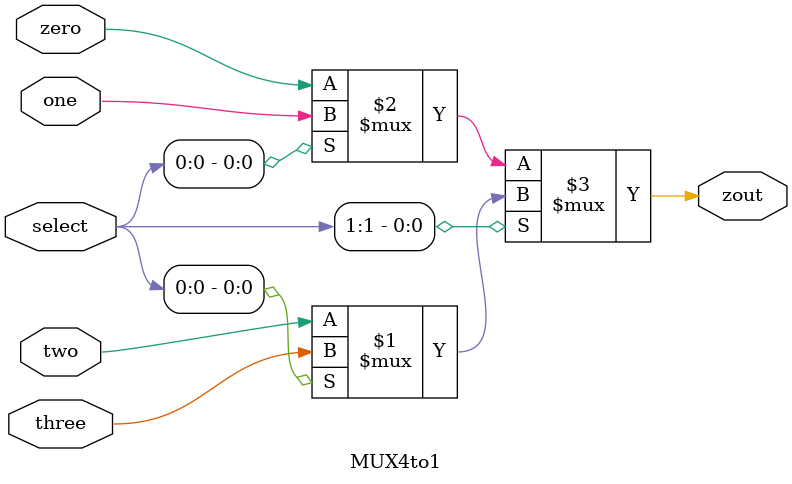
<source format=v>
`timescale 1ns/1ns
module MUX4to1(zero, one, two, three, select, zout);

    input  zero, one, two, three;
    input  [1:0] select;
    output zout;   
    
    assign zout = select[1] ? ( select[0] ? three : two ) : ( select[0] ? one : zero );
    //       high = 1  low = 1 -> three, low = 0 -> two  // high = 0 low = 1 -> one, low = 0 -> zero
                           // -> means select here
endmodule
</source>
